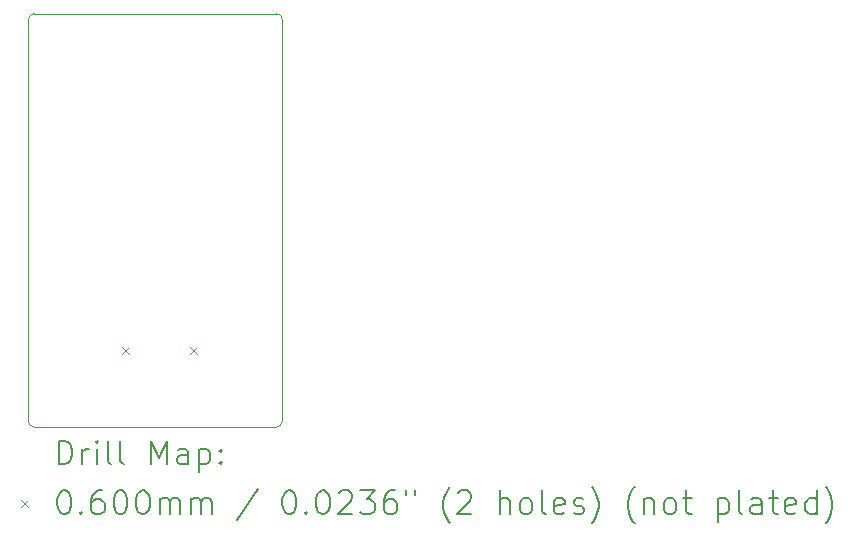
<source format=gbr>
%TF.GenerationSoftware,KiCad,Pcbnew,7.0.8*%
%TF.CreationDate,2024-04-05T01:26:45-03:00*%
%TF.ProjectId,iW-Little,69572d4c-6974-4746-9c65-2e6b69636164,rev?*%
%TF.SameCoordinates,Original*%
%TF.FileFunction,Drillmap*%
%TF.FilePolarity,Positive*%
%FSLAX45Y45*%
G04 Gerber Fmt 4.5, Leading zero omitted, Abs format (unit mm)*
G04 Created by KiCad (PCBNEW 7.0.8) date 2024-04-05 01:26:45*
%MOMM*%
%LPD*%
G01*
G04 APERTURE LIST*
%ADD10C,0.100000*%
%ADD11C,0.200000*%
%ADD12C,0.060000*%
G04 APERTURE END LIST*
D10*
X15250000Y-9950000D02*
X15250000Y-6550000D01*
X15200000Y-6500000D02*
X13150000Y-6500000D01*
X15250000Y-6550000D02*
G75*
G03*
X15200000Y-6500000I-50000J0D01*
G01*
X13100000Y-6550000D02*
X13100000Y-9950000D01*
X13150000Y-6500000D02*
G75*
G03*
X13100000Y-6550000I0J-50000D01*
G01*
X13100000Y-9950000D02*
G75*
G03*
X13150000Y-10000000I50000J0D01*
G01*
X13150000Y-10000000D02*
X15200000Y-10000000D01*
X15200000Y-10000000D02*
G75*
G03*
X15250000Y-9950000I0J50000D01*
G01*
D11*
D12*
X13891395Y-9320000D02*
X13951395Y-9380000D01*
X13951395Y-9320000D02*
X13891395Y-9380000D01*
X14469395Y-9320000D02*
X14529395Y-9380000D01*
X14529395Y-9320000D02*
X14469395Y-9380000D01*
D11*
X13355777Y-10316484D02*
X13355777Y-10116484D01*
X13355777Y-10116484D02*
X13403396Y-10116484D01*
X13403396Y-10116484D02*
X13431967Y-10126008D01*
X13431967Y-10126008D02*
X13451015Y-10145055D01*
X13451015Y-10145055D02*
X13460539Y-10164103D01*
X13460539Y-10164103D02*
X13470062Y-10202198D01*
X13470062Y-10202198D02*
X13470062Y-10230770D01*
X13470062Y-10230770D02*
X13460539Y-10268865D01*
X13460539Y-10268865D02*
X13451015Y-10287912D01*
X13451015Y-10287912D02*
X13431967Y-10306960D01*
X13431967Y-10306960D02*
X13403396Y-10316484D01*
X13403396Y-10316484D02*
X13355777Y-10316484D01*
X13555777Y-10316484D02*
X13555777Y-10183150D01*
X13555777Y-10221246D02*
X13565301Y-10202198D01*
X13565301Y-10202198D02*
X13574824Y-10192674D01*
X13574824Y-10192674D02*
X13593872Y-10183150D01*
X13593872Y-10183150D02*
X13612920Y-10183150D01*
X13679586Y-10316484D02*
X13679586Y-10183150D01*
X13679586Y-10116484D02*
X13670062Y-10126008D01*
X13670062Y-10126008D02*
X13679586Y-10135531D01*
X13679586Y-10135531D02*
X13689110Y-10126008D01*
X13689110Y-10126008D02*
X13679586Y-10116484D01*
X13679586Y-10116484D02*
X13679586Y-10135531D01*
X13803396Y-10316484D02*
X13784348Y-10306960D01*
X13784348Y-10306960D02*
X13774824Y-10287912D01*
X13774824Y-10287912D02*
X13774824Y-10116484D01*
X13908158Y-10316484D02*
X13889110Y-10306960D01*
X13889110Y-10306960D02*
X13879586Y-10287912D01*
X13879586Y-10287912D02*
X13879586Y-10116484D01*
X14136729Y-10316484D02*
X14136729Y-10116484D01*
X14136729Y-10116484D02*
X14203396Y-10259341D01*
X14203396Y-10259341D02*
X14270062Y-10116484D01*
X14270062Y-10116484D02*
X14270062Y-10316484D01*
X14451015Y-10316484D02*
X14451015Y-10211722D01*
X14451015Y-10211722D02*
X14441491Y-10192674D01*
X14441491Y-10192674D02*
X14422443Y-10183150D01*
X14422443Y-10183150D02*
X14384348Y-10183150D01*
X14384348Y-10183150D02*
X14365301Y-10192674D01*
X14451015Y-10306960D02*
X14431967Y-10316484D01*
X14431967Y-10316484D02*
X14384348Y-10316484D01*
X14384348Y-10316484D02*
X14365301Y-10306960D01*
X14365301Y-10306960D02*
X14355777Y-10287912D01*
X14355777Y-10287912D02*
X14355777Y-10268865D01*
X14355777Y-10268865D02*
X14365301Y-10249817D01*
X14365301Y-10249817D02*
X14384348Y-10240293D01*
X14384348Y-10240293D02*
X14431967Y-10240293D01*
X14431967Y-10240293D02*
X14451015Y-10230770D01*
X14546253Y-10183150D02*
X14546253Y-10383150D01*
X14546253Y-10192674D02*
X14565301Y-10183150D01*
X14565301Y-10183150D02*
X14603396Y-10183150D01*
X14603396Y-10183150D02*
X14622443Y-10192674D01*
X14622443Y-10192674D02*
X14631967Y-10202198D01*
X14631967Y-10202198D02*
X14641491Y-10221246D01*
X14641491Y-10221246D02*
X14641491Y-10278389D01*
X14641491Y-10278389D02*
X14631967Y-10297436D01*
X14631967Y-10297436D02*
X14622443Y-10306960D01*
X14622443Y-10306960D02*
X14603396Y-10316484D01*
X14603396Y-10316484D02*
X14565301Y-10316484D01*
X14565301Y-10316484D02*
X14546253Y-10306960D01*
X14727205Y-10297436D02*
X14736729Y-10306960D01*
X14736729Y-10306960D02*
X14727205Y-10316484D01*
X14727205Y-10316484D02*
X14717682Y-10306960D01*
X14717682Y-10306960D02*
X14727205Y-10297436D01*
X14727205Y-10297436D02*
X14727205Y-10316484D01*
X14727205Y-10192674D02*
X14736729Y-10202198D01*
X14736729Y-10202198D02*
X14727205Y-10211722D01*
X14727205Y-10211722D02*
X14717682Y-10202198D01*
X14717682Y-10202198D02*
X14727205Y-10192674D01*
X14727205Y-10192674D02*
X14727205Y-10211722D01*
D12*
X13035000Y-10615000D02*
X13095000Y-10675000D01*
X13095000Y-10615000D02*
X13035000Y-10675000D01*
D11*
X13393872Y-10536484D02*
X13412920Y-10536484D01*
X13412920Y-10536484D02*
X13431967Y-10546008D01*
X13431967Y-10546008D02*
X13441491Y-10555531D01*
X13441491Y-10555531D02*
X13451015Y-10574579D01*
X13451015Y-10574579D02*
X13460539Y-10612674D01*
X13460539Y-10612674D02*
X13460539Y-10660293D01*
X13460539Y-10660293D02*
X13451015Y-10698389D01*
X13451015Y-10698389D02*
X13441491Y-10717436D01*
X13441491Y-10717436D02*
X13431967Y-10726960D01*
X13431967Y-10726960D02*
X13412920Y-10736484D01*
X13412920Y-10736484D02*
X13393872Y-10736484D01*
X13393872Y-10736484D02*
X13374824Y-10726960D01*
X13374824Y-10726960D02*
X13365301Y-10717436D01*
X13365301Y-10717436D02*
X13355777Y-10698389D01*
X13355777Y-10698389D02*
X13346253Y-10660293D01*
X13346253Y-10660293D02*
X13346253Y-10612674D01*
X13346253Y-10612674D02*
X13355777Y-10574579D01*
X13355777Y-10574579D02*
X13365301Y-10555531D01*
X13365301Y-10555531D02*
X13374824Y-10546008D01*
X13374824Y-10546008D02*
X13393872Y-10536484D01*
X13546253Y-10717436D02*
X13555777Y-10726960D01*
X13555777Y-10726960D02*
X13546253Y-10736484D01*
X13546253Y-10736484D02*
X13536729Y-10726960D01*
X13536729Y-10726960D02*
X13546253Y-10717436D01*
X13546253Y-10717436D02*
X13546253Y-10736484D01*
X13727205Y-10536484D02*
X13689110Y-10536484D01*
X13689110Y-10536484D02*
X13670062Y-10546008D01*
X13670062Y-10546008D02*
X13660539Y-10555531D01*
X13660539Y-10555531D02*
X13641491Y-10584103D01*
X13641491Y-10584103D02*
X13631967Y-10622198D01*
X13631967Y-10622198D02*
X13631967Y-10698389D01*
X13631967Y-10698389D02*
X13641491Y-10717436D01*
X13641491Y-10717436D02*
X13651015Y-10726960D01*
X13651015Y-10726960D02*
X13670062Y-10736484D01*
X13670062Y-10736484D02*
X13708158Y-10736484D01*
X13708158Y-10736484D02*
X13727205Y-10726960D01*
X13727205Y-10726960D02*
X13736729Y-10717436D01*
X13736729Y-10717436D02*
X13746253Y-10698389D01*
X13746253Y-10698389D02*
X13746253Y-10650770D01*
X13746253Y-10650770D02*
X13736729Y-10631722D01*
X13736729Y-10631722D02*
X13727205Y-10622198D01*
X13727205Y-10622198D02*
X13708158Y-10612674D01*
X13708158Y-10612674D02*
X13670062Y-10612674D01*
X13670062Y-10612674D02*
X13651015Y-10622198D01*
X13651015Y-10622198D02*
X13641491Y-10631722D01*
X13641491Y-10631722D02*
X13631967Y-10650770D01*
X13870062Y-10536484D02*
X13889110Y-10536484D01*
X13889110Y-10536484D02*
X13908158Y-10546008D01*
X13908158Y-10546008D02*
X13917682Y-10555531D01*
X13917682Y-10555531D02*
X13927205Y-10574579D01*
X13927205Y-10574579D02*
X13936729Y-10612674D01*
X13936729Y-10612674D02*
X13936729Y-10660293D01*
X13936729Y-10660293D02*
X13927205Y-10698389D01*
X13927205Y-10698389D02*
X13917682Y-10717436D01*
X13917682Y-10717436D02*
X13908158Y-10726960D01*
X13908158Y-10726960D02*
X13889110Y-10736484D01*
X13889110Y-10736484D02*
X13870062Y-10736484D01*
X13870062Y-10736484D02*
X13851015Y-10726960D01*
X13851015Y-10726960D02*
X13841491Y-10717436D01*
X13841491Y-10717436D02*
X13831967Y-10698389D01*
X13831967Y-10698389D02*
X13822443Y-10660293D01*
X13822443Y-10660293D02*
X13822443Y-10612674D01*
X13822443Y-10612674D02*
X13831967Y-10574579D01*
X13831967Y-10574579D02*
X13841491Y-10555531D01*
X13841491Y-10555531D02*
X13851015Y-10546008D01*
X13851015Y-10546008D02*
X13870062Y-10536484D01*
X14060539Y-10536484D02*
X14079586Y-10536484D01*
X14079586Y-10536484D02*
X14098634Y-10546008D01*
X14098634Y-10546008D02*
X14108158Y-10555531D01*
X14108158Y-10555531D02*
X14117682Y-10574579D01*
X14117682Y-10574579D02*
X14127205Y-10612674D01*
X14127205Y-10612674D02*
X14127205Y-10660293D01*
X14127205Y-10660293D02*
X14117682Y-10698389D01*
X14117682Y-10698389D02*
X14108158Y-10717436D01*
X14108158Y-10717436D02*
X14098634Y-10726960D01*
X14098634Y-10726960D02*
X14079586Y-10736484D01*
X14079586Y-10736484D02*
X14060539Y-10736484D01*
X14060539Y-10736484D02*
X14041491Y-10726960D01*
X14041491Y-10726960D02*
X14031967Y-10717436D01*
X14031967Y-10717436D02*
X14022443Y-10698389D01*
X14022443Y-10698389D02*
X14012920Y-10660293D01*
X14012920Y-10660293D02*
X14012920Y-10612674D01*
X14012920Y-10612674D02*
X14022443Y-10574579D01*
X14022443Y-10574579D02*
X14031967Y-10555531D01*
X14031967Y-10555531D02*
X14041491Y-10546008D01*
X14041491Y-10546008D02*
X14060539Y-10536484D01*
X14212920Y-10736484D02*
X14212920Y-10603150D01*
X14212920Y-10622198D02*
X14222443Y-10612674D01*
X14222443Y-10612674D02*
X14241491Y-10603150D01*
X14241491Y-10603150D02*
X14270063Y-10603150D01*
X14270063Y-10603150D02*
X14289110Y-10612674D01*
X14289110Y-10612674D02*
X14298634Y-10631722D01*
X14298634Y-10631722D02*
X14298634Y-10736484D01*
X14298634Y-10631722D02*
X14308158Y-10612674D01*
X14308158Y-10612674D02*
X14327205Y-10603150D01*
X14327205Y-10603150D02*
X14355777Y-10603150D01*
X14355777Y-10603150D02*
X14374824Y-10612674D01*
X14374824Y-10612674D02*
X14384348Y-10631722D01*
X14384348Y-10631722D02*
X14384348Y-10736484D01*
X14479586Y-10736484D02*
X14479586Y-10603150D01*
X14479586Y-10622198D02*
X14489110Y-10612674D01*
X14489110Y-10612674D02*
X14508158Y-10603150D01*
X14508158Y-10603150D02*
X14536729Y-10603150D01*
X14536729Y-10603150D02*
X14555777Y-10612674D01*
X14555777Y-10612674D02*
X14565301Y-10631722D01*
X14565301Y-10631722D02*
X14565301Y-10736484D01*
X14565301Y-10631722D02*
X14574824Y-10612674D01*
X14574824Y-10612674D02*
X14593872Y-10603150D01*
X14593872Y-10603150D02*
X14622443Y-10603150D01*
X14622443Y-10603150D02*
X14641491Y-10612674D01*
X14641491Y-10612674D02*
X14651015Y-10631722D01*
X14651015Y-10631722D02*
X14651015Y-10736484D01*
X15041491Y-10526960D02*
X14870063Y-10784103D01*
X15298634Y-10536484D02*
X15317682Y-10536484D01*
X15317682Y-10536484D02*
X15336729Y-10546008D01*
X15336729Y-10546008D02*
X15346253Y-10555531D01*
X15346253Y-10555531D02*
X15355777Y-10574579D01*
X15355777Y-10574579D02*
X15365301Y-10612674D01*
X15365301Y-10612674D02*
X15365301Y-10660293D01*
X15365301Y-10660293D02*
X15355777Y-10698389D01*
X15355777Y-10698389D02*
X15346253Y-10717436D01*
X15346253Y-10717436D02*
X15336729Y-10726960D01*
X15336729Y-10726960D02*
X15317682Y-10736484D01*
X15317682Y-10736484D02*
X15298634Y-10736484D01*
X15298634Y-10736484D02*
X15279586Y-10726960D01*
X15279586Y-10726960D02*
X15270063Y-10717436D01*
X15270063Y-10717436D02*
X15260539Y-10698389D01*
X15260539Y-10698389D02*
X15251015Y-10660293D01*
X15251015Y-10660293D02*
X15251015Y-10612674D01*
X15251015Y-10612674D02*
X15260539Y-10574579D01*
X15260539Y-10574579D02*
X15270063Y-10555531D01*
X15270063Y-10555531D02*
X15279586Y-10546008D01*
X15279586Y-10546008D02*
X15298634Y-10536484D01*
X15451015Y-10717436D02*
X15460539Y-10726960D01*
X15460539Y-10726960D02*
X15451015Y-10736484D01*
X15451015Y-10736484D02*
X15441491Y-10726960D01*
X15441491Y-10726960D02*
X15451015Y-10717436D01*
X15451015Y-10717436D02*
X15451015Y-10736484D01*
X15584348Y-10536484D02*
X15603396Y-10536484D01*
X15603396Y-10536484D02*
X15622444Y-10546008D01*
X15622444Y-10546008D02*
X15631967Y-10555531D01*
X15631967Y-10555531D02*
X15641491Y-10574579D01*
X15641491Y-10574579D02*
X15651015Y-10612674D01*
X15651015Y-10612674D02*
X15651015Y-10660293D01*
X15651015Y-10660293D02*
X15641491Y-10698389D01*
X15641491Y-10698389D02*
X15631967Y-10717436D01*
X15631967Y-10717436D02*
X15622444Y-10726960D01*
X15622444Y-10726960D02*
X15603396Y-10736484D01*
X15603396Y-10736484D02*
X15584348Y-10736484D01*
X15584348Y-10736484D02*
X15565301Y-10726960D01*
X15565301Y-10726960D02*
X15555777Y-10717436D01*
X15555777Y-10717436D02*
X15546253Y-10698389D01*
X15546253Y-10698389D02*
X15536729Y-10660293D01*
X15536729Y-10660293D02*
X15536729Y-10612674D01*
X15536729Y-10612674D02*
X15546253Y-10574579D01*
X15546253Y-10574579D02*
X15555777Y-10555531D01*
X15555777Y-10555531D02*
X15565301Y-10546008D01*
X15565301Y-10546008D02*
X15584348Y-10536484D01*
X15727206Y-10555531D02*
X15736729Y-10546008D01*
X15736729Y-10546008D02*
X15755777Y-10536484D01*
X15755777Y-10536484D02*
X15803396Y-10536484D01*
X15803396Y-10536484D02*
X15822444Y-10546008D01*
X15822444Y-10546008D02*
X15831967Y-10555531D01*
X15831967Y-10555531D02*
X15841491Y-10574579D01*
X15841491Y-10574579D02*
X15841491Y-10593627D01*
X15841491Y-10593627D02*
X15831967Y-10622198D01*
X15831967Y-10622198D02*
X15717682Y-10736484D01*
X15717682Y-10736484D02*
X15841491Y-10736484D01*
X15908158Y-10536484D02*
X16031967Y-10536484D01*
X16031967Y-10536484D02*
X15965301Y-10612674D01*
X15965301Y-10612674D02*
X15993872Y-10612674D01*
X15993872Y-10612674D02*
X16012920Y-10622198D01*
X16012920Y-10622198D02*
X16022444Y-10631722D01*
X16022444Y-10631722D02*
X16031967Y-10650770D01*
X16031967Y-10650770D02*
X16031967Y-10698389D01*
X16031967Y-10698389D02*
X16022444Y-10717436D01*
X16022444Y-10717436D02*
X16012920Y-10726960D01*
X16012920Y-10726960D02*
X15993872Y-10736484D01*
X15993872Y-10736484D02*
X15936729Y-10736484D01*
X15936729Y-10736484D02*
X15917682Y-10726960D01*
X15917682Y-10726960D02*
X15908158Y-10717436D01*
X16203396Y-10536484D02*
X16165301Y-10536484D01*
X16165301Y-10536484D02*
X16146253Y-10546008D01*
X16146253Y-10546008D02*
X16136729Y-10555531D01*
X16136729Y-10555531D02*
X16117682Y-10584103D01*
X16117682Y-10584103D02*
X16108158Y-10622198D01*
X16108158Y-10622198D02*
X16108158Y-10698389D01*
X16108158Y-10698389D02*
X16117682Y-10717436D01*
X16117682Y-10717436D02*
X16127206Y-10726960D01*
X16127206Y-10726960D02*
X16146253Y-10736484D01*
X16146253Y-10736484D02*
X16184348Y-10736484D01*
X16184348Y-10736484D02*
X16203396Y-10726960D01*
X16203396Y-10726960D02*
X16212920Y-10717436D01*
X16212920Y-10717436D02*
X16222444Y-10698389D01*
X16222444Y-10698389D02*
X16222444Y-10650770D01*
X16222444Y-10650770D02*
X16212920Y-10631722D01*
X16212920Y-10631722D02*
X16203396Y-10622198D01*
X16203396Y-10622198D02*
X16184348Y-10612674D01*
X16184348Y-10612674D02*
X16146253Y-10612674D01*
X16146253Y-10612674D02*
X16127206Y-10622198D01*
X16127206Y-10622198D02*
X16117682Y-10631722D01*
X16117682Y-10631722D02*
X16108158Y-10650770D01*
X16298634Y-10536484D02*
X16298634Y-10574579D01*
X16374825Y-10536484D02*
X16374825Y-10574579D01*
X16670063Y-10812674D02*
X16660539Y-10803150D01*
X16660539Y-10803150D02*
X16641491Y-10774579D01*
X16641491Y-10774579D02*
X16631968Y-10755531D01*
X16631968Y-10755531D02*
X16622444Y-10726960D01*
X16622444Y-10726960D02*
X16612920Y-10679341D01*
X16612920Y-10679341D02*
X16612920Y-10641246D01*
X16612920Y-10641246D02*
X16622444Y-10593627D01*
X16622444Y-10593627D02*
X16631968Y-10565055D01*
X16631968Y-10565055D02*
X16641491Y-10546008D01*
X16641491Y-10546008D02*
X16660539Y-10517436D01*
X16660539Y-10517436D02*
X16670063Y-10507912D01*
X16736729Y-10555531D02*
X16746253Y-10546008D01*
X16746253Y-10546008D02*
X16765301Y-10536484D01*
X16765301Y-10536484D02*
X16812920Y-10536484D01*
X16812920Y-10536484D02*
X16831968Y-10546008D01*
X16831968Y-10546008D02*
X16841491Y-10555531D01*
X16841491Y-10555531D02*
X16851015Y-10574579D01*
X16851015Y-10574579D02*
X16851015Y-10593627D01*
X16851015Y-10593627D02*
X16841491Y-10622198D01*
X16841491Y-10622198D02*
X16727206Y-10736484D01*
X16727206Y-10736484D02*
X16851015Y-10736484D01*
X17089111Y-10736484D02*
X17089111Y-10536484D01*
X17174825Y-10736484D02*
X17174825Y-10631722D01*
X17174825Y-10631722D02*
X17165301Y-10612674D01*
X17165301Y-10612674D02*
X17146253Y-10603150D01*
X17146253Y-10603150D02*
X17117682Y-10603150D01*
X17117682Y-10603150D02*
X17098634Y-10612674D01*
X17098634Y-10612674D02*
X17089111Y-10622198D01*
X17298634Y-10736484D02*
X17279587Y-10726960D01*
X17279587Y-10726960D02*
X17270063Y-10717436D01*
X17270063Y-10717436D02*
X17260539Y-10698389D01*
X17260539Y-10698389D02*
X17260539Y-10641246D01*
X17260539Y-10641246D02*
X17270063Y-10622198D01*
X17270063Y-10622198D02*
X17279587Y-10612674D01*
X17279587Y-10612674D02*
X17298634Y-10603150D01*
X17298634Y-10603150D02*
X17327206Y-10603150D01*
X17327206Y-10603150D02*
X17346253Y-10612674D01*
X17346253Y-10612674D02*
X17355777Y-10622198D01*
X17355777Y-10622198D02*
X17365301Y-10641246D01*
X17365301Y-10641246D02*
X17365301Y-10698389D01*
X17365301Y-10698389D02*
X17355777Y-10717436D01*
X17355777Y-10717436D02*
X17346253Y-10726960D01*
X17346253Y-10726960D02*
X17327206Y-10736484D01*
X17327206Y-10736484D02*
X17298634Y-10736484D01*
X17479587Y-10736484D02*
X17460539Y-10726960D01*
X17460539Y-10726960D02*
X17451015Y-10707912D01*
X17451015Y-10707912D02*
X17451015Y-10536484D01*
X17631968Y-10726960D02*
X17612920Y-10736484D01*
X17612920Y-10736484D02*
X17574825Y-10736484D01*
X17574825Y-10736484D02*
X17555777Y-10726960D01*
X17555777Y-10726960D02*
X17546253Y-10707912D01*
X17546253Y-10707912D02*
X17546253Y-10631722D01*
X17546253Y-10631722D02*
X17555777Y-10612674D01*
X17555777Y-10612674D02*
X17574825Y-10603150D01*
X17574825Y-10603150D02*
X17612920Y-10603150D01*
X17612920Y-10603150D02*
X17631968Y-10612674D01*
X17631968Y-10612674D02*
X17641492Y-10631722D01*
X17641492Y-10631722D02*
X17641492Y-10650770D01*
X17641492Y-10650770D02*
X17546253Y-10669817D01*
X17717682Y-10726960D02*
X17736730Y-10736484D01*
X17736730Y-10736484D02*
X17774825Y-10736484D01*
X17774825Y-10736484D02*
X17793873Y-10726960D01*
X17793873Y-10726960D02*
X17803396Y-10707912D01*
X17803396Y-10707912D02*
X17803396Y-10698389D01*
X17803396Y-10698389D02*
X17793873Y-10679341D01*
X17793873Y-10679341D02*
X17774825Y-10669817D01*
X17774825Y-10669817D02*
X17746253Y-10669817D01*
X17746253Y-10669817D02*
X17727206Y-10660293D01*
X17727206Y-10660293D02*
X17717682Y-10641246D01*
X17717682Y-10641246D02*
X17717682Y-10631722D01*
X17717682Y-10631722D02*
X17727206Y-10612674D01*
X17727206Y-10612674D02*
X17746253Y-10603150D01*
X17746253Y-10603150D02*
X17774825Y-10603150D01*
X17774825Y-10603150D02*
X17793873Y-10612674D01*
X17870063Y-10812674D02*
X17879587Y-10803150D01*
X17879587Y-10803150D02*
X17898634Y-10774579D01*
X17898634Y-10774579D02*
X17908158Y-10755531D01*
X17908158Y-10755531D02*
X17917682Y-10726960D01*
X17917682Y-10726960D02*
X17927206Y-10679341D01*
X17927206Y-10679341D02*
X17927206Y-10641246D01*
X17927206Y-10641246D02*
X17917682Y-10593627D01*
X17917682Y-10593627D02*
X17908158Y-10565055D01*
X17908158Y-10565055D02*
X17898634Y-10546008D01*
X17898634Y-10546008D02*
X17879587Y-10517436D01*
X17879587Y-10517436D02*
X17870063Y-10507912D01*
X18231968Y-10812674D02*
X18222444Y-10803150D01*
X18222444Y-10803150D02*
X18203396Y-10774579D01*
X18203396Y-10774579D02*
X18193873Y-10755531D01*
X18193873Y-10755531D02*
X18184349Y-10726960D01*
X18184349Y-10726960D02*
X18174825Y-10679341D01*
X18174825Y-10679341D02*
X18174825Y-10641246D01*
X18174825Y-10641246D02*
X18184349Y-10593627D01*
X18184349Y-10593627D02*
X18193873Y-10565055D01*
X18193873Y-10565055D02*
X18203396Y-10546008D01*
X18203396Y-10546008D02*
X18222444Y-10517436D01*
X18222444Y-10517436D02*
X18231968Y-10507912D01*
X18308158Y-10603150D02*
X18308158Y-10736484D01*
X18308158Y-10622198D02*
X18317682Y-10612674D01*
X18317682Y-10612674D02*
X18336730Y-10603150D01*
X18336730Y-10603150D02*
X18365301Y-10603150D01*
X18365301Y-10603150D02*
X18384349Y-10612674D01*
X18384349Y-10612674D02*
X18393873Y-10631722D01*
X18393873Y-10631722D02*
X18393873Y-10736484D01*
X18517682Y-10736484D02*
X18498634Y-10726960D01*
X18498634Y-10726960D02*
X18489111Y-10717436D01*
X18489111Y-10717436D02*
X18479587Y-10698389D01*
X18479587Y-10698389D02*
X18479587Y-10641246D01*
X18479587Y-10641246D02*
X18489111Y-10622198D01*
X18489111Y-10622198D02*
X18498634Y-10612674D01*
X18498634Y-10612674D02*
X18517682Y-10603150D01*
X18517682Y-10603150D02*
X18546254Y-10603150D01*
X18546254Y-10603150D02*
X18565301Y-10612674D01*
X18565301Y-10612674D02*
X18574825Y-10622198D01*
X18574825Y-10622198D02*
X18584349Y-10641246D01*
X18584349Y-10641246D02*
X18584349Y-10698389D01*
X18584349Y-10698389D02*
X18574825Y-10717436D01*
X18574825Y-10717436D02*
X18565301Y-10726960D01*
X18565301Y-10726960D02*
X18546254Y-10736484D01*
X18546254Y-10736484D02*
X18517682Y-10736484D01*
X18641492Y-10603150D02*
X18717682Y-10603150D01*
X18670063Y-10536484D02*
X18670063Y-10707912D01*
X18670063Y-10707912D02*
X18679587Y-10726960D01*
X18679587Y-10726960D02*
X18698634Y-10736484D01*
X18698634Y-10736484D02*
X18717682Y-10736484D01*
X18936730Y-10603150D02*
X18936730Y-10803150D01*
X18936730Y-10612674D02*
X18955777Y-10603150D01*
X18955777Y-10603150D02*
X18993873Y-10603150D01*
X18993873Y-10603150D02*
X19012920Y-10612674D01*
X19012920Y-10612674D02*
X19022444Y-10622198D01*
X19022444Y-10622198D02*
X19031968Y-10641246D01*
X19031968Y-10641246D02*
X19031968Y-10698389D01*
X19031968Y-10698389D02*
X19022444Y-10717436D01*
X19022444Y-10717436D02*
X19012920Y-10726960D01*
X19012920Y-10726960D02*
X18993873Y-10736484D01*
X18993873Y-10736484D02*
X18955777Y-10736484D01*
X18955777Y-10736484D02*
X18936730Y-10726960D01*
X19146254Y-10736484D02*
X19127206Y-10726960D01*
X19127206Y-10726960D02*
X19117682Y-10707912D01*
X19117682Y-10707912D02*
X19117682Y-10536484D01*
X19308158Y-10736484D02*
X19308158Y-10631722D01*
X19308158Y-10631722D02*
X19298635Y-10612674D01*
X19298635Y-10612674D02*
X19279587Y-10603150D01*
X19279587Y-10603150D02*
X19241492Y-10603150D01*
X19241492Y-10603150D02*
X19222444Y-10612674D01*
X19308158Y-10726960D02*
X19289111Y-10736484D01*
X19289111Y-10736484D02*
X19241492Y-10736484D01*
X19241492Y-10736484D02*
X19222444Y-10726960D01*
X19222444Y-10726960D02*
X19212920Y-10707912D01*
X19212920Y-10707912D02*
X19212920Y-10688865D01*
X19212920Y-10688865D02*
X19222444Y-10669817D01*
X19222444Y-10669817D02*
X19241492Y-10660293D01*
X19241492Y-10660293D02*
X19289111Y-10660293D01*
X19289111Y-10660293D02*
X19308158Y-10650770D01*
X19374825Y-10603150D02*
X19451015Y-10603150D01*
X19403396Y-10536484D02*
X19403396Y-10707912D01*
X19403396Y-10707912D02*
X19412920Y-10726960D01*
X19412920Y-10726960D02*
X19431968Y-10736484D01*
X19431968Y-10736484D02*
X19451015Y-10736484D01*
X19593873Y-10726960D02*
X19574825Y-10736484D01*
X19574825Y-10736484D02*
X19536730Y-10736484D01*
X19536730Y-10736484D02*
X19517682Y-10726960D01*
X19517682Y-10726960D02*
X19508158Y-10707912D01*
X19508158Y-10707912D02*
X19508158Y-10631722D01*
X19508158Y-10631722D02*
X19517682Y-10612674D01*
X19517682Y-10612674D02*
X19536730Y-10603150D01*
X19536730Y-10603150D02*
X19574825Y-10603150D01*
X19574825Y-10603150D02*
X19593873Y-10612674D01*
X19593873Y-10612674D02*
X19603396Y-10631722D01*
X19603396Y-10631722D02*
X19603396Y-10650770D01*
X19603396Y-10650770D02*
X19508158Y-10669817D01*
X19774825Y-10736484D02*
X19774825Y-10536484D01*
X19774825Y-10726960D02*
X19755777Y-10736484D01*
X19755777Y-10736484D02*
X19717682Y-10736484D01*
X19717682Y-10736484D02*
X19698635Y-10726960D01*
X19698635Y-10726960D02*
X19689111Y-10717436D01*
X19689111Y-10717436D02*
X19679587Y-10698389D01*
X19679587Y-10698389D02*
X19679587Y-10641246D01*
X19679587Y-10641246D02*
X19689111Y-10622198D01*
X19689111Y-10622198D02*
X19698635Y-10612674D01*
X19698635Y-10612674D02*
X19717682Y-10603150D01*
X19717682Y-10603150D02*
X19755777Y-10603150D01*
X19755777Y-10603150D02*
X19774825Y-10612674D01*
X19851016Y-10812674D02*
X19860539Y-10803150D01*
X19860539Y-10803150D02*
X19879587Y-10774579D01*
X19879587Y-10774579D02*
X19889111Y-10755531D01*
X19889111Y-10755531D02*
X19898635Y-10726960D01*
X19898635Y-10726960D02*
X19908158Y-10679341D01*
X19908158Y-10679341D02*
X19908158Y-10641246D01*
X19908158Y-10641246D02*
X19898635Y-10593627D01*
X19898635Y-10593627D02*
X19889111Y-10565055D01*
X19889111Y-10565055D02*
X19879587Y-10546008D01*
X19879587Y-10546008D02*
X19860539Y-10517436D01*
X19860539Y-10517436D02*
X19851016Y-10507912D01*
M02*

</source>
